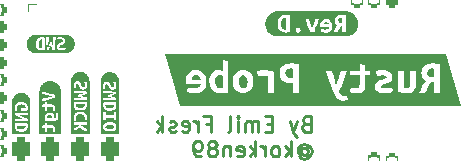
<source format=gbr>
G04 #@! TF.GenerationSoftware,KiCad,Pcbnew,(6.0.2)*
G04 #@! TF.CreationDate,2022-03-09T14:23:31+01:00*
G04 #@! TF.ProjectId,rs-probe,72732d70-726f-4626-952e-6b696361645f,rev?*
G04 #@! TF.SameCoordinates,Original*
G04 #@! TF.FileFunction,Legend,Bot*
G04 #@! TF.FilePolarity,Positive*
%FSLAX46Y46*%
G04 Gerber Fmt 4.6, Leading zero omitted, Abs format (unit mm)*
G04 Created by KiCad (PCBNEW (6.0.2)) date 2022-03-09 14:23:31*
%MOMM*%
%LPD*%
G01*
G04 APERTURE LIST*
G04 Aperture macros list*
%AMRoundRect*
0 Rectangle with rounded corners*
0 $1 Rounding radius*
0 $2 $3 $4 $5 $6 $7 $8 $9 X,Y pos of 4 corners*
0 Add a 4 corners polygon primitive as box body*
4,1,4,$2,$3,$4,$5,$6,$7,$8,$9,$2,$3,0*
0 Add four circle primitives for the rounded corners*
1,1,$1+$1,$2,$3*
1,1,$1+$1,$4,$5*
1,1,$1+$1,$6,$7*
1,1,$1+$1,$8,$9*
0 Add four rect primitives between the rounded corners*
20,1,$1+$1,$2,$3,$4,$5,0*
20,1,$1+$1,$4,$5,$6,$7,0*
20,1,$1+$1,$6,$7,$8,$9,0*
20,1,$1+$1,$8,$9,$2,$3,0*%
G04 Aperture macros list end*
%ADD10C,0.250000*%
%ADD11C,0.120000*%
%ADD12C,0.650000*%
%ADD13O,2.100000X1.000000*%
%ADD14O,1.600000X1.000000*%
%ADD15RoundRect,0.275000X0.325000X0.275000X-0.325000X0.275000X-0.325000X-0.275000X0.325000X-0.275000X0*%
%ADD16C,1.100000*%
%ADD17RoundRect,0.275000X0.275000X-0.325000X0.275000X0.325000X-0.275000X0.325000X-0.275000X-0.325000X0*%
%ADD18RoundRect,0.275000X-0.275000X0.325000X-0.275000X-0.325000X0.275000X-0.325000X0.275000X0.325000X0*%
%ADD19C,0.990600*%
%ADD20C,0.787400*%
%ADD21RoundRect,0.375000X0.375000X0.625000X-0.375000X0.625000X-0.375000X-0.625000X0.375000X-0.625000X0*%
G04 APERTURE END LIST*
D10*
X174694642Y-89660642D02*
X174508928Y-89722547D01*
X174447023Y-89784452D01*
X174385119Y-89908261D01*
X174385119Y-90093976D01*
X174447023Y-90217785D01*
X174508928Y-90279690D01*
X174632738Y-90341595D01*
X175127976Y-90341595D01*
X175127976Y-89041595D01*
X174694642Y-89041595D01*
X174570833Y-89103500D01*
X174508928Y-89165404D01*
X174447023Y-89289214D01*
X174447023Y-89413023D01*
X174508928Y-89536833D01*
X174570833Y-89598738D01*
X174694642Y-89660642D01*
X175127976Y-89660642D01*
X173951785Y-89474928D02*
X173642261Y-90341595D01*
X173332738Y-89474928D02*
X173642261Y-90341595D01*
X173766071Y-90651119D01*
X173827976Y-90713023D01*
X173951785Y-90774928D01*
X171847023Y-89660642D02*
X171413690Y-89660642D01*
X171227976Y-90341595D02*
X171847023Y-90341595D01*
X171847023Y-89041595D01*
X171227976Y-89041595D01*
X170670833Y-90341595D02*
X170670833Y-89474928D01*
X170670833Y-89598738D02*
X170608928Y-89536833D01*
X170485119Y-89474928D01*
X170299404Y-89474928D01*
X170175595Y-89536833D01*
X170113690Y-89660642D01*
X170113690Y-90341595D01*
X170113690Y-89660642D02*
X170051785Y-89536833D01*
X169927976Y-89474928D01*
X169742261Y-89474928D01*
X169618452Y-89536833D01*
X169556547Y-89660642D01*
X169556547Y-90341595D01*
X168937500Y-90341595D02*
X168937500Y-89474928D01*
X168937500Y-89041595D02*
X168999404Y-89103500D01*
X168937500Y-89165404D01*
X168875595Y-89103500D01*
X168937500Y-89041595D01*
X168937500Y-89165404D01*
X168132738Y-90341595D02*
X168256547Y-90279690D01*
X168318452Y-90155880D01*
X168318452Y-89041595D01*
X166213690Y-89660642D02*
X166647023Y-89660642D01*
X166647023Y-90341595D02*
X166647023Y-89041595D01*
X166027976Y-89041595D01*
X165532738Y-90341595D02*
X165532738Y-89474928D01*
X165532738Y-89722547D02*
X165470833Y-89598738D01*
X165408928Y-89536833D01*
X165285119Y-89474928D01*
X165161309Y-89474928D01*
X164232738Y-90279690D02*
X164356547Y-90341595D01*
X164604166Y-90341595D01*
X164727976Y-90279690D01*
X164789880Y-90155880D01*
X164789880Y-89660642D01*
X164727976Y-89536833D01*
X164604166Y-89474928D01*
X164356547Y-89474928D01*
X164232738Y-89536833D01*
X164170833Y-89660642D01*
X164170833Y-89784452D01*
X164789880Y-89908261D01*
X163675595Y-90279690D02*
X163551785Y-90341595D01*
X163304166Y-90341595D01*
X163180357Y-90279690D01*
X163118452Y-90155880D01*
X163118452Y-90093976D01*
X163180357Y-89970166D01*
X163304166Y-89908261D01*
X163489880Y-89908261D01*
X163613690Y-89846357D01*
X163675595Y-89722547D01*
X163675595Y-89660642D01*
X163613690Y-89536833D01*
X163489880Y-89474928D01*
X163304166Y-89474928D01*
X163180357Y-89536833D01*
X162561309Y-90341595D02*
X162561309Y-89041595D01*
X162437500Y-89846357D02*
X162066071Y-90341595D01*
X162066071Y-89474928D02*
X162561309Y-89970166D01*
X174323214Y-91815547D02*
X174385119Y-91753642D01*
X174508928Y-91691738D01*
X174632738Y-91691738D01*
X174756547Y-91753642D01*
X174818452Y-91815547D01*
X174880357Y-91939357D01*
X174880357Y-92063166D01*
X174818452Y-92186976D01*
X174756547Y-92248880D01*
X174632738Y-92310785D01*
X174508928Y-92310785D01*
X174385119Y-92248880D01*
X174323214Y-92186976D01*
X174323214Y-91691738D02*
X174323214Y-92186976D01*
X174261309Y-92248880D01*
X174199404Y-92248880D01*
X174075595Y-92186976D01*
X174013690Y-92063166D01*
X174013690Y-91753642D01*
X174137500Y-91567928D01*
X174323214Y-91444119D01*
X174570833Y-91382214D01*
X174818452Y-91444119D01*
X175004166Y-91567928D01*
X175127976Y-91753642D01*
X175189880Y-92001261D01*
X175127976Y-92248880D01*
X175004166Y-92434595D01*
X174818452Y-92558404D01*
X174570833Y-92620309D01*
X174323214Y-92558404D01*
X174137500Y-92434595D01*
X173456547Y-92434595D02*
X173456547Y-91134595D01*
X173332738Y-91939357D02*
X172961309Y-92434595D01*
X172961309Y-91567928D02*
X173456547Y-92063166D01*
X172218452Y-92434595D02*
X172342261Y-92372690D01*
X172404166Y-92310785D01*
X172466071Y-92186976D01*
X172466071Y-91815547D01*
X172404166Y-91691738D01*
X172342261Y-91629833D01*
X172218452Y-91567928D01*
X172032738Y-91567928D01*
X171908928Y-91629833D01*
X171847023Y-91691738D01*
X171785119Y-91815547D01*
X171785119Y-92186976D01*
X171847023Y-92310785D01*
X171908928Y-92372690D01*
X172032738Y-92434595D01*
X172218452Y-92434595D01*
X171227976Y-92434595D02*
X171227976Y-91567928D01*
X171227976Y-91815547D02*
X171166071Y-91691738D01*
X171104166Y-91629833D01*
X170980357Y-91567928D01*
X170856547Y-91567928D01*
X170423214Y-92434595D02*
X170423214Y-91134595D01*
X170299404Y-91939357D02*
X169927976Y-92434595D01*
X169927976Y-91567928D02*
X170423214Y-92063166D01*
X168875595Y-92372690D02*
X168999404Y-92434595D01*
X169247023Y-92434595D01*
X169370833Y-92372690D01*
X169432738Y-92248880D01*
X169432738Y-91753642D01*
X169370833Y-91629833D01*
X169247023Y-91567928D01*
X168999404Y-91567928D01*
X168875595Y-91629833D01*
X168813690Y-91753642D01*
X168813690Y-91877452D01*
X169432738Y-92001261D01*
X168256547Y-91567928D02*
X168256547Y-92434595D01*
X168256547Y-91691738D02*
X168194642Y-91629833D01*
X168070833Y-91567928D01*
X167885119Y-91567928D01*
X167761309Y-91629833D01*
X167699404Y-91753642D01*
X167699404Y-92434595D01*
X166894642Y-91691738D02*
X167018452Y-91629833D01*
X167080357Y-91567928D01*
X167142261Y-91444119D01*
X167142261Y-91382214D01*
X167080357Y-91258404D01*
X167018452Y-91196500D01*
X166894642Y-91134595D01*
X166647023Y-91134595D01*
X166523214Y-91196500D01*
X166461309Y-91258404D01*
X166399404Y-91382214D01*
X166399404Y-91444119D01*
X166461309Y-91567928D01*
X166523214Y-91629833D01*
X166647023Y-91691738D01*
X166894642Y-91691738D01*
X167018452Y-91753642D01*
X167080357Y-91815547D01*
X167142261Y-91939357D01*
X167142261Y-92186976D01*
X167080357Y-92310785D01*
X167018452Y-92372690D01*
X166894642Y-92434595D01*
X166647023Y-92434595D01*
X166523214Y-92372690D01*
X166461309Y-92310785D01*
X166399404Y-92186976D01*
X166399404Y-91939357D01*
X166461309Y-91815547D01*
X166523214Y-91753642D01*
X166647023Y-91691738D01*
X165780357Y-92434595D02*
X165532738Y-92434595D01*
X165408928Y-92372690D01*
X165347023Y-92310785D01*
X165223214Y-92125071D01*
X165161309Y-91877452D01*
X165161309Y-91382214D01*
X165223214Y-91258404D01*
X165285119Y-91196500D01*
X165408928Y-91134595D01*
X165656547Y-91134595D01*
X165780357Y-91196500D01*
X165842261Y-91258404D01*
X165904166Y-91382214D01*
X165904166Y-91691738D01*
X165842261Y-91815547D01*
X165780357Y-91877452D01*
X165656547Y-91939357D01*
X165408928Y-91939357D01*
X165285119Y-91877452D01*
X165223214Y-91815547D01*
X165161309Y-91691738D01*
G36*
X178183835Y-80149001D02*
G01*
X178286352Y-80164208D01*
X178386885Y-80189390D01*
X178484466Y-80224305D01*
X178578155Y-80268617D01*
X178667049Y-80321898D01*
X178750293Y-80383636D01*
X178827085Y-80453236D01*
X178896685Y-80530027D01*
X178958422Y-80613271D01*
X179011704Y-80702165D01*
X179056015Y-80795854D01*
X179090930Y-80893435D01*
X179116112Y-80993968D01*
X179131319Y-81096486D01*
X179136405Y-81200000D01*
X179131319Y-81303514D01*
X179116112Y-81406032D01*
X179090930Y-81506565D01*
X179056015Y-81604146D01*
X179011704Y-81697835D01*
X178958422Y-81786729D01*
X178896685Y-81869973D01*
X178827085Y-81946764D01*
X178750293Y-82016364D01*
X178667049Y-82078102D01*
X178578155Y-82131383D01*
X178484466Y-82175695D01*
X178386885Y-82210610D01*
X178286352Y-82235792D01*
X178183835Y-82250999D01*
X178080320Y-82256084D01*
X172319680Y-82256084D01*
X172216165Y-82250999D01*
X172113648Y-82235792D01*
X172013115Y-82210610D01*
X171915534Y-82175695D01*
X171821845Y-82131383D01*
X171732951Y-82078102D01*
X171649707Y-82016364D01*
X171572915Y-81946764D01*
X171503315Y-81869973D01*
X171441578Y-81786729D01*
X171388296Y-81697835D01*
X171343985Y-81604146D01*
X171309070Y-81506565D01*
X171283888Y-81406032D01*
X171268681Y-81303514D01*
X171263595Y-81200000D01*
X171263887Y-81194047D01*
X172319878Y-81194047D01*
X172332677Y-81383654D01*
X172371075Y-81542900D01*
X172432095Y-81673571D01*
X172512759Y-81777453D01*
X172611879Y-81855737D01*
X172728263Y-81909613D01*
X172859529Y-81940866D01*
X173003297Y-81951284D01*
X173156888Y-81942950D01*
X173317622Y-81915566D01*
X173317622Y-81744116D01*
X173827209Y-81744116D01*
X173891503Y-81903659D01*
X174039141Y-81958428D01*
X174120103Y-81944141D01*
X174187969Y-81902469D01*
X174235594Y-81835794D01*
X174253453Y-81744116D01*
X174235594Y-81654819D01*
X174187969Y-81589334D01*
X174120103Y-81548853D01*
X174039141Y-81534566D01*
X173891503Y-81589334D01*
X173827209Y-81744116D01*
X173317622Y-81744116D01*
X173317622Y-80813047D01*
X174670172Y-80813047D01*
X174721518Y-80978767D01*
X174775542Y-81137790D01*
X174832246Y-81290115D01*
X174891628Y-81435744D01*
X174971003Y-81617380D01*
X175047203Y-81782877D01*
X175120228Y-81932234D01*
X175365497Y-81932234D01*
X175437331Y-81782877D01*
X175509959Y-81617380D01*
X175583381Y-81435744D01*
X175612447Y-81358353D01*
X175910803Y-81358353D01*
X175911994Y-81417884D01*
X175915566Y-81467891D01*
X176641847Y-81467891D01*
X176619225Y-81565820D01*
X176551359Y-81640531D01*
X176447775Y-81687859D01*
X176317997Y-81703634D01*
X176150119Y-81684584D01*
X176015578Y-81646484D01*
X175975097Y-81896516D01*
X176137022Y-81940569D01*
X176329903Y-81958428D01*
X176465337Y-81949201D01*
X176539226Y-81932234D01*
X177044278Y-81932234D01*
X177351459Y-81932234D01*
X177410693Y-81792038D01*
X177478856Y-81657200D01*
X177554163Y-81524148D01*
X177634828Y-81389309D01*
X177787228Y-81389309D01*
X177787228Y-81932234D01*
X178080122Y-81932234D01*
X178080122Y-80479672D01*
X177986063Y-80461812D01*
X177882478Y-80449906D01*
X177782466Y-80443953D01*
X177699122Y-80441572D01*
X177578869Y-80448716D01*
X177470522Y-80470147D01*
X177375272Y-80506461D01*
X177294309Y-80558253D01*
X177181200Y-80709462D01*
X177151732Y-80809177D01*
X177141909Y-80924966D01*
X177155006Y-81047600D01*
X177194297Y-81158328D01*
X177263948Y-81250602D01*
X177368128Y-81317872D01*
X177282403Y-81454794D01*
X177194297Y-81611956D01*
X177112144Y-81776263D01*
X177044278Y-81932234D01*
X176539226Y-81932234D01*
X176585888Y-81921519D01*
X176690663Y-81875680D01*
X176778769Y-81811981D01*
X176849313Y-81730721D01*
X176901403Y-81632197D01*
X176933550Y-81516111D01*
X176944266Y-81382166D01*
X176932955Y-81243458D01*
X176899022Y-81122609D01*
X176846634Y-81019918D01*
X176779959Y-80935681D01*
X176700783Y-80869899D01*
X176610891Y-80822572D01*
X176514450Y-80793997D01*
X176415628Y-80784472D01*
X176263757Y-80800744D01*
X176138345Y-80849559D01*
X176039391Y-80930919D01*
X175967953Y-81043499D01*
X175925091Y-81185977D01*
X175910803Y-81358353D01*
X175612447Y-81358353D01*
X175638076Y-81290115D01*
X175691430Y-81137790D01*
X175743446Y-80978767D01*
X175794122Y-80813047D01*
X175486941Y-80813047D01*
X175463426Y-80906511D01*
X175435744Y-81005928D01*
X175405085Y-81108620D01*
X175372641Y-81211906D01*
X175339005Y-81314002D01*
X175304775Y-81413122D01*
X175239291Y-81591716D01*
X175170234Y-81413122D01*
X175132432Y-81314002D01*
X175095225Y-81211906D01*
X175058911Y-81108620D01*
X175023788Y-81005928D01*
X174992534Y-80906511D01*
X174967828Y-80813047D01*
X174670172Y-80813047D01*
X173317622Y-80813047D01*
X173317622Y-80477291D01*
X173129503Y-80448716D01*
X172965197Y-80441572D01*
X172826191Y-80452287D01*
X172699688Y-80484434D01*
X172588662Y-80539501D01*
X172496091Y-80618975D01*
X172421974Y-80723155D01*
X172366313Y-80852337D01*
X172331487Y-81008607D01*
X172319878Y-81194047D01*
X171263887Y-81194047D01*
X171268681Y-81096486D01*
X171283888Y-80993968D01*
X171309070Y-80893435D01*
X171343985Y-80795854D01*
X171388296Y-80702165D01*
X171441578Y-80613271D01*
X171503315Y-80530027D01*
X171572915Y-80453236D01*
X171649707Y-80383636D01*
X171732951Y-80321898D01*
X171821845Y-80268617D01*
X171915534Y-80224305D01*
X172013115Y-80189390D01*
X172113648Y-80164208D01*
X172216165Y-80149001D01*
X172319680Y-80143916D01*
X178080320Y-80143916D01*
X178183835Y-80149001D01*
G37*
G36*
X172981866Y-80697556D02*
G01*
X173024728Y-80703509D01*
X173024728Y-81694109D01*
X172998534Y-81696491D01*
X172972341Y-81696491D01*
X172804463Y-81658391D01*
X172694925Y-81553616D01*
X172635394Y-81395263D01*
X172621999Y-81299120D01*
X172617534Y-81194047D01*
X172631822Y-81008309D01*
X172681828Y-80848766D01*
X172779459Y-80738037D01*
X172939003Y-80696366D01*
X172981866Y-80697556D01*
G37*
G36*
X177739603Y-80697556D02*
G01*
X177787228Y-80703509D01*
X177787228Y-81146422D01*
X177722934Y-81146422D01*
X177593752Y-81131837D01*
X177506241Y-81088081D01*
X177439566Y-80922584D01*
X177457425Y-80821381D01*
X177511003Y-80751134D01*
X177593752Y-80710058D01*
X177699122Y-80696366D01*
X177739603Y-80697556D01*
G37*
G36*
X176509688Y-81048791D02*
G01*
X176578744Y-81101178D01*
X176621606Y-81177378D01*
X176641847Y-81265484D01*
X176194172Y-81265484D01*
X176206078Y-81178569D01*
X176244178Y-81103559D01*
X176310853Y-81049981D01*
X176410866Y-81029741D01*
X176509688Y-81048791D01*
G37*
D11*
X151830000Y-79530000D02*
X151195000Y-79530000D01*
X151195000Y-79530000D02*
X151195000Y-80165000D01*
G36*
X152334269Y-82535907D02*
G01*
X152365702Y-82540272D01*
X152365702Y-83266713D01*
X152346493Y-83268459D01*
X152327284Y-83268459D01*
X152204174Y-83240519D01*
X152123846Y-83163684D01*
X152080190Y-83047558D01*
X152070367Y-82977053D01*
X152067093Y-82900000D01*
X152077571Y-82763792D01*
X152114242Y-82646794D01*
X152185838Y-82565593D01*
X152302837Y-82535034D01*
X152334269Y-82535907D01*
G37*
G36*
X154428014Y-82121447D02*
G01*
X154503957Y-82132712D01*
X154578429Y-82151366D01*
X154650715Y-82177231D01*
X154720117Y-82210055D01*
X154785967Y-82249525D01*
X154847632Y-82295258D01*
X154904517Y-82346816D01*
X154956075Y-82403701D01*
X155001809Y-82465366D01*
X155041278Y-82531217D01*
X155074103Y-82600619D01*
X155099967Y-82672904D01*
X155118622Y-82747377D01*
X155129887Y-82823319D01*
X155133654Y-82900000D01*
X155129887Y-82976681D01*
X155118622Y-83052623D01*
X155099967Y-83127096D01*
X155074103Y-83199381D01*
X155041278Y-83268783D01*
X155001809Y-83334634D01*
X154956075Y-83396299D01*
X154904517Y-83453184D01*
X154847632Y-83504742D01*
X154785967Y-83550475D01*
X154720117Y-83589945D01*
X154650715Y-83622769D01*
X154578429Y-83648634D01*
X154503957Y-83667288D01*
X154428014Y-83678553D01*
X154351334Y-83682320D01*
X151848666Y-83682320D01*
X151771986Y-83678553D01*
X151696043Y-83667288D01*
X151621571Y-83648634D01*
X151549285Y-83622769D01*
X151479883Y-83589945D01*
X151414033Y-83550475D01*
X151352368Y-83504742D01*
X151295483Y-83453184D01*
X151243925Y-83396299D01*
X151198191Y-83334634D01*
X151158722Y-83268783D01*
X151125897Y-83199381D01*
X151100033Y-83127096D01*
X151081378Y-83052623D01*
X151070113Y-82976681D01*
X151066346Y-82900000D01*
X151848812Y-82900000D01*
X151858198Y-83039045D01*
X151886356Y-83155826D01*
X151931104Y-83251651D01*
X151990258Y-83327831D01*
X152062946Y-83385239D01*
X152148294Y-83424748D01*
X152244556Y-83447668D01*
X152349986Y-83455308D01*
X152462619Y-83449196D01*
X152580491Y-83429114D01*
X152580491Y-82374379D01*
X152488522Y-82360409D01*
X152714952Y-82360409D01*
X152720191Y-82495088D01*
X152725429Y-82633697D01*
X152731105Y-82773833D01*
X152737653Y-82913097D01*
X152745293Y-83050832D01*
X152754242Y-83186385D01*
X152764502Y-83317354D01*
X152776071Y-83441338D01*
X152954188Y-83441338D01*
X152992606Y-83327176D01*
X153031023Y-83204721D01*
X153069441Y-83080955D01*
X153107858Y-82962865D01*
X153147149Y-83077681D01*
X153188186Y-83202101D01*
X153228349Y-83326522D01*
X153265021Y-83441338D01*
X153443138Y-83441338D01*
X153456235Y-83317135D01*
X153467586Y-83185512D01*
X153470419Y-83146221D01*
X153617763Y-83146221D01*
X153642429Y-83280901D01*
X153716426Y-83381092D01*
X153793552Y-83427173D01*
X153893380Y-83454822D01*
X154015908Y-83464039D01*
X154136836Y-83456835D01*
X154230697Y-83435226D01*
X154351188Y-83381965D01*
X154288323Y-83207340D01*
X154175690Y-83259728D01*
X154103002Y-83278063D01*
X154015908Y-83284175D01*
X153925976Y-83272824D01*
X153869223Y-83241392D01*
X153840410Y-83195989D01*
X153832552Y-83144475D01*
X153851761Y-83085103D01*
X153900656Y-83038827D01*
X153967013Y-83002156D01*
X154040356Y-82971596D01*
X154141638Y-82931433D01*
X154236809Y-82873806D01*
X154307532Y-82787367D01*
X154335472Y-82659017D01*
X154310806Y-82523683D01*
X154236809Y-82421527D01*
X154162787Y-82373991D01*
X154072273Y-82345469D01*
X153965267Y-82335961D01*
X153872061Y-82341637D01*
X153791515Y-82358662D01*
X153666658Y-82409304D01*
X153729523Y-82575197D01*
X153826440Y-82533287D01*
X153949551Y-82515825D01*
X154044624Y-82529601D01*
X154101668Y-82570929D01*
X154120683Y-82639809D01*
X154103221Y-82694816D01*
X154058691Y-82736726D01*
X153997572Y-82769031D01*
X153930342Y-82795225D01*
X153824694Y-82838008D01*
X153723411Y-82900873D01*
X153647449Y-82998663D01*
X153625185Y-83064802D01*
X153617763Y-83146221D01*
X153470419Y-83146221D01*
X153477408Y-83049304D01*
X153485921Y-82911351D01*
X153493125Y-82772087D01*
X153499018Y-82631951D01*
X153503820Y-82493779D01*
X153507749Y-82360409D01*
X153308677Y-82360409D01*
X153310423Y-82465184D01*
X153312169Y-82573451D01*
X153313916Y-82683247D01*
X153315662Y-82792606D01*
X153317408Y-82900437D01*
X153319154Y-83005648D01*
X153320464Y-83106276D01*
X153320901Y-83200355D01*
X153285102Y-83078118D01*
X153246685Y-82947149D01*
X153212633Y-82828404D01*
X153188186Y-82742837D01*
X153031023Y-82742837D01*
X153010068Y-82824911D01*
X152979509Y-82933179D01*
X152942837Y-83060655D01*
X152903547Y-83200355D01*
X152903983Y-83106276D01*
X152905293Y-83005648D01*
X152907039Y-82900655D01*
X152908786Y-82793479D01*
X152910532Y-82684556D01*
X152912278Y-82574324D01*
X152913588Y-82465402D01*
X152914024Y-82360409D01*
X152714952Y-82360409D01*
X152488522Y-82360409D01*
X152442537Y-82353424D01*
X152322046Y-82348185D01*
X152220108Y-82356043D01*
X152127339Y-82379618D01*
X152045920Y-82420000D01*
X151978034Y-82478281D01*
X151923682Y-82554679D01*
X151882864Y-82649413D01*
X151857325Y-82764011D01*
X151848812Y-82900000D01*
X151066346Y-82900000D01*
X151070113Y-82823319D01*
X151081378Y-82747377D01*
X151100033Y-82672904D01*
X151125897Y-82600619D01*
X151158722Y-82531217D01*
X151198191Y-82465366D01*
X151243925Y-82403701D01*
X151295483Y-82346816D01*
X151352368Y-82295258D01*
X151414033Y-82249525D01*
X151479883Y-82210055D01*
X151549285Y-82177231D01*
X151621571Y-82151366D01*
X151696043Y-82132712D01*
X151771986Y-82121447D01*
X151848666Y-82117680D01*
X154351334Y-82117680D01*
X154428014Y-82121447D01*
G37*
G36*
X153096494Y-88941820D02*
G01*
X153161760Y-88969323D01*
X153215021Y-89084576D01*
X153206289Y-89150060D01*
X153183588Y-89205067D01*
X152788936Y-89205067D01*
X152781951Y-89161411D01*
X152780204Y-89121247D01*
X152805428Y-89016472D01*
X152881099Y-88953607D01*
X153007217Y-88932652D01*
X153096494Y-88941820D01*
G37*
G36*
X152148929Y-86844302D02*
G01*
X152161967Y-86756409D01*
X152183557Y-86670217D01*
X152213491Y-86586557D01*
X152251481Y-86506233D01*
X152297162Y-86430020D01*
X152350093Y-86358651D01*
X152409764Y-86292814D01*
X152475601Y-86233143D01*
X152546970Y-86180212D01*
X152623183Y-86134532D01*
X152703507Y-86096541D01*
X152787167Y-86066607D01*
X152873359Y-86045017D01*
X152961252Y-86031979D01*
X153050000Y-86027619D01*
X153138748Y-86031979D01*
X153226641Y-86045017D01*
X153312833Y-86066607D01*
X153396493Y-86096541D01*
X153476817Y-86134532D01*
X153553030Y-86180212D01*
X153624399Y-86233143D01*
X153690236Y-86292814D01*
X153749907Y-86358651D01*
X153802838Y-86430020D01*
X153848519Y-86506233D01*
X153886509Y-86586557D01*
X153916443Y-86670217D01*
X153938033Y-86756409D01*
X153951071Y-86844302D01*
X153955431Y-86933050D01*
X153955431Y-90572381D01*
X152144569Y-90572381D01*
X152144569Y-89994372D01*
X152382059Y-89994372D01*
X152623042Y-89994372D01*
X152623042Y-90338383D01*
X152801159Y-90338383D01*
X152801159Y-89994372D01*
X153132947Y-89994372D01*
X153206289Y-90003103D01*
X153249946Y-90027551D01*
X153270901Y-90065968D01*
X153276139Y-90116609D01*
X153274393Y-90171616D01*
X153268281Y-90220511D01*
X153255184Y-90269406D01*
X153232483Y-90324413D01*
X153417586Y-90354099D01*
X153452511Y-90225750D01*
X153462988Y-90092162D01*
X153450764Y-89959447D01*
X153403616Y-89861657D01*
X153304953Y-89800538D01*
X153231392Y-89784822D01*
X153138186Y-89779583D01*
X152801159Y-89779583D01*
X152801159Y-89592734D01*
X152623042Y-89592734D01*
X152623042Y-89779583D01*
X152416984Y-89779583D01*
X152382059Y-89994372D01*
X152144569Y-89994372D01*
X152144569Y-89129978D01*
X152605579Y-89129978D01*
X152610430Y-89222141D01*
X152624982Y-89319349D01*
X152649236Y-89421602D01*
X153344243Y-89421602D01*
X153466481Y-89410833D01*
X153565435Y-89378528D01*
X153641106Y-89324685D01*
X153694463Y-89246977D01*
X153726478Y-89143075D01*
X153737149Y-89012979D01*
X153733220Y-88937672D01*
X153721433Y-88865421D01*
X153684762Y-88730087D01*
X153503152Y-88770251D01*
X153538950Y-88876772D01*
X153555539Y-89016472D01*
X153542443Y-89109023D01*
X153506644Y-89166649D01*
X153453384Y-89196336D01*
X153387899Y-89205067D01*
X153354721Y-89205067D01*
X153380914Y-89122120D01*
X153389646Y-89040919D01*
X153378392Y-88942450D01*
X153344631Y-88861250D01*
X153288363Y-88797317D01*
X153212110Y-88751236D01*
X153118395Y-88723587D01*
X153007217Y-88714371D01*
X152883621Y-88726788D01*
X152782921Y-88764042D01*
X152705116Y-88826131D01*
X152649818Y-88909562D01*
X152616639Y-89010845D01*
X152605579Y-89129978D01*
X152144569Y-89129978D01*
X152144569Y-88248122D01*
X152382059Y-88248122D01*
X152623042Y-88248122D01*
X152623042Y-88592133D01*
X152801159Y-88592133D01*
X152801159Y-88248122D01*
X153132947Y-88248122D01*
X153206289Y-88256853D01*
X153249946Y-88281301D01*
X153270901Y-88319718D01*
X153276139Y-88370359D01*
X153274393Y-88425366D01*
X153268281Y-88474261D01*
X153255184Y-88523156D01*
X153232483Y-88578163D01*
X153417586Y-88607849D01*
X153452511Y-88479500D01*
X153462988Y-88345912D01*
X153450764Y-88213197D01*
X153403616Y-88115407D01*
X153304953Y-88054288D01*
X153231392Y-88038572D01*
X153138186Y-88033333D01*
X152801159Y-88033333D01*
X152801159Y-87846484D01*
X152623042Y-87846484D01*
X152623042Y-88033333D01*
X152416984Y-88033333D01*
X152382059Y-88248122D01*
X152144569Y-88248122D01*
X152144569Y-87160208D01*
X152362851Y-87160208D01*
X152453437Y-87173305D01*
X152557557Y-87191641D01*
X152670191Y-87213687D01*
X152786316Y-87237916D01*
X152903315Y-87264110D01*
X153018567Y-87292050D01*
X153127053Y-87320645D01*
X153223752Y-87348803D01*
X153128363Y-87376743D01*
X153020314Y-87404683D01*
X152905061Y-87431750D01*
X152788062Y-87457071D01*
X152671719Y-87480645D01*
X152558431Y-87502473D01*
X152453656Y-87521682D01*
X152362851Y-87537398D01*
X152362851Y-87762664D01*
X152473737Y-87739308D01*
X152596848Y-87711150D01*
X152729345Y-87678408D01*
X152868390Y-87641300D01*
X152963852Y-87614233D01*
X153060478Y-87585420D01*
X153158268Y-87554861D01*
X153255572Y-87523040D01*
X153350743Y-87490443D01*
X153443779Y-87457071D01*
X153443779Y-87235297D01*
X153315430Y-87192077D01*
X153171364Y-87146238D01*
X153070179Y-87115388D01*
X152969187Y-87085701D01*
X152868390Y-87057179D01*
X152769533Y-87030209D01*
X152674362Y-87005180D01*
X152582878Y-86982091D01*
X152460641Y-86953277D01*
X152362851Y-86933196D01*
X152362851Y-87160208D01*
X152144569Y-87160208D01*
X152144569Y-86933050D01*
X152148929Y-86844302D01*
G37*
G36*
X150968459Y-89846950D02*
G01*
X150968459Y-89866158D01*
X150940519Y-89989269D01*
X150863684Y-90069597D01*
X150747558Y-90113253D01*
X150677053Y-90123075D01*
X150600000Y-90126350D01*
X150463792Y-90115872D01*
X150346794Y-90079201D01*
X150265593Y-90007605D01*
X150235034Y-89890606D01*
X150235907Y-89859173D01*
X150240272Y-89827741D01*
X150966713Y-89827741D01*
X150968459Y-89846950D01*
G37*
G36*
X149821447Y-87742727D02*
G01*
X149832712Y-87666785D01*
X149851366Y-87592312D01*
X149877231Y-87520027D01*
X149910055Y-87450625D01*
X149949525Y-87384774D01*
X149995258Y-87323109D01*
X150046816Y-87266224D01*
X150103701Y-87214666D01*
X150165366Y-87168933D01*
X150231217Y-87129463D01*
X150300619Y-87096638D01*
X150372904Y-87070774D01*
X150447377Y-87052120D01*
X150523319Y-87040855D01*
X150600000Y-87037088D01*
X150676681Y-87040855D01*
X150752623Y-87052120D01*
X150827096Y-87070774D01*
X150899381Y-87096638D01*
X150968783Y-87129463D01*
X151034634Y-87168933D01*
X151096299Y-87214666D01*
X151153184Y-87266224D01*
X151204742Y-87323109D01*
X151250475Y-87384774D01*
X151289945Y-87450625D01*
X151322769Y-87520027D01*
X151348634Y-87592312D01*
X151367288Y-87666785D01*
X151378553Y-87742727D01*
X151382320Y-87819408D01*
X151382320Y-90562912D01*
X149817680Y-90562912D01*
X149817680Y-89871397D01*
X150048185Y-89871397D01*
X150056043Y-89973334D01*
X150079618Y-90066104D01*
X150120000Y-90147523D01*
X150178281Y-90215408D01*
X150254679Y-90269760D01*
X150349413Y-90310579D01*
X150464011Y-90336118D01*
X150600000Y-90344631D01*
X150739045Y-90335245D01*
X150855826Y-90307087D01*
X150951651Y-90262339D01*
X151027831Y-90203185D01*
X151085239Y-90130497D01*
X151124748Y-90045149D01*
X151147668Y-89948887D01*
X151155308Y-89843457D01*
X151149196Y-89730824D01*
X151129114Y-89612952D01*
X150074379Y-89612952D01*
X150053424Y-89750906D01*
X150048185Y-89871397D01*
X149817680Y-89871397D01*
X149817680Y-89438327D01*
X150060409Y-89438327D01*
X151141338Y-89438327D01*
X151141338Y-89265448D01*
X151021525Y-89215098D01*
X150901907Y-89161838D01*
X150782483Y-89105667D01*
X150663059Y-89046585D01*
X150543441Y-88984593D01*
X150423629Y-88919691D01*
X151141338Y-88919691D01*
X151141338Y-88725857D01*
X150060409Y-88725857D01*
X150060409Y-88898736D01*
X150140518Y-88947631D01*
X150227176Y-88996526D01*
X150316889Y-89044766D01*
X150406166Y-89091697D01*
X150493915Y-89136226D01*
X150579045Y-89177263D01*
X150657626Y-89213716D01*
X150725730Y-89244493D01*
X150060409Y-89244493D01*
X150060409Y-89438327D01*
X149817680Y-89438327D01*
X149817680Y-88287548D01*
X150035961Y-88287548D01*
X150045566Y-88400182D01*
X150067394Y-88486621D01*
X150093587Y-88546867D01*
X150114542Y-88582665D01*
X150285675Y-88526785D01*
X150242019Y-88432487D01*
X150222810Y-88317235D01*
X150250750Y-88188012D01*
X150328458Y-88101573D01*
X150447203Y-88052678D01*
X150519891Y-88041545D01*
X150600000Y-88037835D01*
X150717872Y-88044626D01*
X150813043Y-88064999D01*
X150885512Y-88098953D01*
X150954270Y-88174479D01*
X150977190Y-88278817D01*
X150975444Y-88320727D01*
X150970205Y-88362637D01*
X150575552Y-88362637D01*
X150575552Y-88577426D01*
X151115144Y-88577426D01*
X151146576Y-88457808D01*
X151159673Y-88368094D01*
X151164039Y-88261355D01*
X151155089Y-88165093D01*
X151128241Y-88078872D01*
X151083711Y-88003564D01*
X151021719Y-87940045D01*
X150942265Y-87888967D01*
X150845348Y-87850986D01*
X150731187Y-87827412D01*
X150600000Y-87819553D01*
X150470123Y-87828721D01*
X150356398Y-87856225D01*
X150259263Y-87899444D01*
X150179154Y-87955761D01*
X150116507Y-88024301D01*
X150071759Y-88104192D01*
X150044911Y-88192814D01*
X150035961Y-88287548D01*
X149817680Y-88287548D01*
X149817680Y-87819408D01*
X149821447Y-87742727D01*
G37*
G36*
X157317680Y-90524687D02*
G01*
X157317680Y-89916992D01*
X157535961Y-89916992D01*
X157551775Y-90033796D01*
X157599214Y-90130422D01*
X157678281Y-90206869D01*
X157758008Y-90250416D01*
X157854870Y-90281521D01*
X157968868Y-90300184D01*
X158100000Y-90306405D01*
X158231132Y-90300075D01*
X158345130Y-90281085D01*
X158441992Y-90249434D01*
X158521719Y-90205123D01*
X158600786Y-90128288D01*
X158648225Y-90032826D01*
X158664039Y-89918738D01*
X158648225Y-89801836D01*
X158600786Y-89704919D01*
X158521719Y-89627987D01*
X158441992Y-89584058D01*
X158345130Y-89552680D01*
X158231132Y-89533853D01*
X158100000Y-89527578D01*
X157968868Y-89534017D01*
X157854870Y-89553335D01*
X157758008Y-89585531D01*
X157678281Y-89630607D01*
X157599214Y-89708218D01*
X157551775Y-89803679D01*
X157535961Y-89916992D01*
X157317680Y-89916992D01*
X157317680Y-89387878D01*
X157560409Y-89387878D01*
X157738526Y-89387878D01*
X157738526Y-89153880D01*
X158463220Y-89153880D01*
X158463220Y-89387878D01*
X158641338Y-89387878D01*
X158641338Y-88701602D01*
X158463220Y-88701602D01*
X158463220Y-88937345D01*
X157738526Y-88937345D01*
X157738526Y-88701602D01*
X157560409Y-88701602D01*
X157560409Y-89387878D01*
X157317680Y-89387878D01*
X157317680Y-88086922D01*
X157548185Y-88086922D01*
X157556043Y-88188859D01*
X157579618Y-88281628D01*
X157620000Y-88363047D01*
X157678281Y-88430933D01*
X157754679Y-88485285D01*
X157849413Y-88526103D01*
X157964011Y-88551642D01*
X158100000Y-88560155D01*
X158239045Y-88550769D01*
X158355826Y-88522611D01*
X158451651Y-88477863D01*
X158527831Y-88418709D01*
X158585239Y-88346021D01*
X158624748Y-88260673D01*
X158647668Y-88164411D01*
X158655308Y-88058982D01*
X158649196Y-87946348D01*
X158629114Y-87828477D01*
X157574379Y-87828477D01*
X157553424Y-87966430D01*
X157548185Y-88086922D01*
X157317680Y-88086922D01*
X157317680Y-87694015D01*
X157560409Y-87694015D01*
X157695088Y-87688777D01*
X157833697Y-87683538D01*
X157973833Y-87677862D01*
X158113097Y-87671314D01*
X158250832Y-87663674D01*
X158386385Y-87654725D01*
X158517354Y-87644465D01*
X158641338Y-87632897D01*
X158641338Y-87454779D01*
X158527176Y-87416362D01*
X158404721Y-87377944D01*
X158280955Y-87339527D01*
X158162865Y-87301109D01*
X158277681Y-87261818D01*
X158402101Y-87220782D01*
X158526522Y-87180618D01*
X158641338Y-87143947D01*
X158641338Y-86965829D01*
X158517135Y-86952732D01*
X158385512Y-86941382D01*
X158249304Y-86931559D01*
X158111351Y-86923046D01*
X157972087Y-86915843D01*
X157831951Y-86909949D01*
X157693779Y-86905147D01*
X157560409Y-86901218D01*
X157560409Y-87100290D01*
X157665184Y-87098544D01*
X157773451Y-87096798D01*
X157883247Y-87095052D01*
X157992606Y-87093305D01*
X158100437Y-87091559D01*
X158205648Y-87089813D01*
X158306276Y-87088503D01*
X158400355Y-87088067D01*
X158278118Y-87123865D01*
X158147149Y-87162282D01*
X158028404Y-87196334D01*
X157942837Y-87220782D01*
X157942837Y-87377944D01*
X158024911Y-87398899D01*
X158133179Y-87429458D01*
X158260655Y-87466130D01*
X158400355Y-87505420D01*
X158306276Y-87504984D01*
X158205648Y-87503674D01*
X158100655Y-87501928D01*
X157993479Y-87500182D01*
X157884556Y-87498435D01*
X157774324Y-87496689D01*
X157665402Y-87495379D01*
X157560409Y-87494943D01*
X157560409Y-87694015D01*
X157317680Y-87694015D01*
X157317680Y-86443700D01*
X157535961Y-86443700D01*
X157541637Y-86536906D01*
X157558662Y-86617452D01*
X157609304Y-86742309D01*
X157775197Y-86679444D01*
X157733287Y-86582527D01*
X157715825Y-86459417D01*
X157729601Y-86364343D01*
X157770929Y-86307299D01*
X157839809Y-86288284D01*
X157894816Y-86305747D01*
X157936726Y-86350276D01*
X157969031Y-86411395D01*
X157995225Y-86478625D01*
X158038008Y-86584273D01*
X158100873Y-86685556D01*
X158198663Y-86761518D01*
X158264802Y-86783782D01*
X158346221Y-86791204D01*
X158480901Y-86766538D01*
X158581092Y-86692541D01*
X158627173Y-86615415D01*
X158654822Y-86515588D01*
X158664039Y-86393059D01*
X158656835Y-86272131D01*
X158635226Y-86178270D01*
X158581965Y-86057779D01*
X158407340Y-86120644D01*
X158459728Y-86233277D01*
X158478063Y-86305965D01*
X158484175Y-86393059D01*
X158472824Y-86482991D01*
X158441392Y-86539744D01*
X158395989Y-86568557D01*
X158344475Y-86576415D01*
X158285103Y-86557207D01*
X158238827Y-86508312D01*
X158202156Y-86441954D01*
X158171596Y-86368612D01*
X158131433Y-86267329D01*
X158073806Y-86172158D01*
X157987367Y-86101435D01*
X157859017Y-86073495D01*
X157723683Y-86098161D01*
X157621527Y-86172158D01*
X157573991Y-86246180D01*
X157545469Y-86336694D01*
X157535961Y-86443700D01*
X157317680Y-86443700D01*
X157317680Y-86057633D01*
X157321447Y-85980953D01*
X157332712Y-85905010D01*
X157351366Y-85830538D01*
X157377231Y-85758253D01*
X157410055Y-85688850D01*
X157449525Y-85623000D01*
X157495258Y-85561335D01*
X157546816Y-85504450D01*
X157603701Y-85452892D01*
X157665366Y-85407158D01*
X157731217Y-85367689D01*
X157800619Y-85334864D01*
X157872904Y-85309000D01*
X157947377Y-85290346D01*
X158023319Y-85279081D01*
X158100000Y-85275313D01*
X158176681Y-85279081D01*
X158252623Y-85290346D01*
X158327096Y-85309000D01*
X158399381Y-85334864D01*
X158468783Y-85367689D01*
X158534634Y-85407158D01*
X158596299Y-85452892D01*
X158653184Y-85504450D01*
X158704742Y-85561335D01*
X158750475Y-85623000D01*
X158789945Y-85688850D01*
X158822769Y-85758253D01*
X158848634Y-85830538D01*
X158867288Y-85905010D01*
X158878553Y-85980953D01*
X158882320Y-86057633D01*
X158882320Y-90524687D01*
X157317680Y-90524687D01*
G37*
G36*
X158468459Y-88062474D02*
G01*
X158468459Y-88081683D01*
X158440519Y-88204793D01*
X158363684Y-88285121D01*
X158247558Y-88328777D01*
X158177053Y-88338600D01*
X158100000Y-88341874D01*
X157963792Y-88331397D01*
X157846794Y-88294725D01*
X157765593Y-88223129D01*
X157735034Y-88106130D01*
X157735907Y-88074698D01*
X157740272Y-88043265D01*
X158466713Y-88043265D01*
X158468459Y-88062474D01*
G37*
G36*
X158176180Y-89747387D02*
G01*
X158247558Y-89751971D01*
X158367176Y-89776418D01*
X158447504Y-89827933D01*
X158477190Y-89916992D01*
X158447504Y-90005177D01*
X158366303Y-90057565D01*
X158246685Y-90082012D01*
X158175962Y-90086596D01*
X158100000Y-90088124D01*
X158023820Y-90086596D01*
X157952442Y-90082012D01*
X157832824Y-90057565D01*
X157752496Y-90006050D01*
X157722810Y-89916992D01*
X157752496Y-89827933D01*
X157833697Y-89776418D01*
X157953315Y-89751971D01*
X158024038Y-89747387D01*
X158100000Y-89745859D01*
X158176180Y-89747387D01*
G37*
G36*
X169547793Y-85593699D02*
G01*
X169668344Y-85708297D01*
X169741270Y-85885402D01*
X169765578Y-86111125D01*
X169743254Y-86337344D01*
X169676281Y-86515938D01*
X169559699Y-86632023D01*
X169388547Y-86670719D01*
X169221363Y-86632023D01*
X169100812Y-86515938D01*
X169027887Y-86337344D01*
X169003578Y-86111125D01*
X169025902Y-85885402D01*
X169092875Y-85708297D01*
X169209457Y-85593699D01*
X169380609Y-85555500D01*
X169547793Y-85593699D01*
G37*
G36*
X165560687Y-85571375D02*
G01*
X165675781Y-85658687D01*
X165747219Y-85785687D01*
X165780953Y-85932531D01*
X165034828Y-85932531D01*
X165054672Y-85787672D01*
X165118172Y-85662656D01*
X165229297Y-85573359D01*
X165395984Y-85539625D01*
X165560687Y-85571375D01*
G37*
G36*
X162742478Y-83793375D02*
G01*
X186533547Y-83793375D01*
X187857522Y-88206625D01*
X164066453Y-88206625D01*
X163430659Y-86087313D01*
X164562547Y-86087313D01*
X164564531Y-86186531D01*
X164570484Y-86269875D01*
X165780953Y-86269875D01*
X165743250Y-86433090D01*
X165630141Y-86557609D01*
X165457500Y-86636488D01*
X165241203Y-86662781D01*
X164961406Y-86631031D01*
X164737172Y-86567531D01*
X164669703Y-86984250D01*
X164939578Y-87057672D01*
X165261047Y-87087438D01*
X165486770Y-87072059D01*
X165687687Y-87025922D01*
X165862312Y-86949523D01*
X166009156Y-86843359D01*
X166126730Y-86707926D01*
X166213547Y-86543719D01*
X166267125Y-86350242D01*
X166284984Y-86127000D01*
X166283690Y-86111125D01*
X166527078Y-86111125D01*
X166541961Y-86322957D01*
X166586609Y-86513953D01*
X166660031Y-86681137D01*
X166761234Y-86821531D01*
X166889227Y-86934145D01*
X167043016Y-87017984D01*
X167221609Y-87070074D01*
X167424016Y-87087438D01*
X167616500Y-87080492D01*
X167812953Y-87059656D01*
X167995516Y-87027906D01*
X168146328Y-86988219D01*
X168146328Y-86107156D01*
X168503516Y-86107156D01*
X168519391Y-86318988D01*
X168567016Y-86509984D01*
X168643414Y-86678160D01*
X168745609Y-86821531D01*
X168872113Y-86937617D01*
X169021437Y-87023938D01*
X169191598Y-87077516D01*
X169380609Y-87095375D01*
X169569621Y-87077516D01*
X169739781Y-87023938D01*
X169889602Y-86937617D01*
X170017594Y-86821531D01*
X170121277Y-86678160D01*
X170198172Y-86509984D01*
X170245797Y-86318988D01*
X170261672Y-86107156D01*
X170245301Y-85898301D01*
X170196187Y-85708297D01*
X170117805Y-85540617D01*
X170013625Y-85398734D01*
X169885137Y-85284633D01*
X169772990Y-85222125D01*
X170539484Y-85222125D01*
X170626797Y-85674562D01*
X170739906Y-85650750D01*
X170872859Y-85628922D01*
X171003828Y-85615031D01*
X171110984Y-85611062D01*
X171313391Y-85620984D01*
X171515797Y-85658687D01*
X171515797Y-87043781D01*
X172007922Y-87043781D01*
X172007922Y-85380875D01*
X172472266Y-85380875D01*
X172501149Y-85647443D01*
X172587800Y-85859771D01*
X172732219Y-86017859D01*
X172929554Y-86127000D01*
X173174955Y-86192484D01*
X173468422Y-86214313D01*
X173643047Y-86214313D01*
X173643047Y-87043781D01*
X174131203Y-87043781D01*
X174131203Y-85178469D01*
X176441016Y-85178469D01*
X176514934Y-85437926D01*
X176585875Y-85692422D01*
X176656816Y-85941461D01*
X176730734Y-86184547D01*
X176808621Y-86422176D01*
X176891469Y-86654844D01*
X176980270Y-86882055D01*
X177076016Y-87103313D01*
X177224844Y-87377156D01*
X177387563Y-87565672D01*
X177586000Y-87674813D01*
X177841984Y-87710531D01*
X178066219Y-87690688D01*
X178234891Y-87639094D01*
X178143609Y-87230313D01*
X178002719Y-87279922D01*
X177869766Y-87293813D01*
X177639578Y-87198563D01*
X177507983Y-86984250D01*
X178425391Y-86984250D01*
X178717094Y-87063625D01*
X179020703Y-87087438D01*
X179322328Y-87059656D01*
X179544578Y-86952500D01*
X179683484Y-86728266D01*
X179719203Y-86561082D01*
X179721071Y-86527844D01*
X180528828Y-86527844D01*
X180572484Y-86746125D01*
X180717344Y-86924719D01*
X180981266Y-87043781D01*
X181162836Y-87076523D01*
X181382109Y-87087438D01*
X181606344Y-87073547D01*
X181794859Y-87031875D01*
X181937258Y-86980281D01*
X182529078Y-86980281D01*
X182678402Y-87016000D01*
X182856500Y-87051719D01*
X183057418Y-87078508D01*
X183275203Y-87087438D01*
X183484555Y-87071563D01*
X183582370Y-87043781D01*
X184311047Y-87043781D01*
X184823016Y-87043781D01*
X184921738Y-86810121D01*
X185035344Y-86585391D01*
X185160855Y-86363637D01*
X185295297Y-86138906D01*
X185549297Y-86138906D01*
X185549297Y-87043781D01*
X186037453Y-87043781D01*
X186037453Y-84622844D01*
X185880688Y-84593078D01*
X185708047Y-84573234D01*
X185541359Y-84563312D01*
X185402453Y-84559344D01*
X185202031Y-84571250D01*
X185021453Y-84606969D01*
X184862703Y-84667492D01*
X184727766Y-84753812D01*
X184539250Y-85005828D01*
X184490137Y-85172020D01*
X184473766Y-85365000D01*
X184495594Y-85569391D01*
X184561078Y-85753937D01*
X184677164Y-85907727D01*
X184850797Y-86019844D01*
X184707922Y-86248047D01*
X184561078Y-86509984D01*
X184424156Y-86783828D01*
X184311047Y-87043781D01*
X183582370Y-87043781D01*
X183652234Y-87023938D01*
X183884406Y-86843359D01*
X184001484Y-86567531D01*
X184025297Y-86400844D01*
X184033234Y-86218281D01*
X184033234Y-85178469D01*
X183545078Y-85178469D01*
X183545078Y-86154781D01*
X183529699Y-86379512D01*
X183483563Y-86537766D01*
X183243453Y-86662781D01*
X183021203Y-86642938D01*
X183021203Y-85178469D01*
X182529078Y-85178469D01*
X182529078Y-86980281D01*
X181937258Y-86980281D01*
X182068703Y-86932656D01*
X181993297Y-86523875D01*
X181697625Y-86627063D01*
X181378141Y-86674688D01*
X181104297Y-86648891D01*
X181009047Y-86543719D01*
X181038813Y-86456406D01*
X181122156Y-86394891D01*
X181245188Y-86345281D01*
X181390047Y-86297656D01*
X181608328Y-86224234D01*
X181810734Y-86119063D01*
X181961547Y-85958328D01*
X182021078Y-85714250D01*
X181975438Y-85490016D01*
X181832563Y-85303484D01*
X181584516Y-85176484D01*
X181418820Y-85142254D01*
X181223359Y-85130844D01*
X181047246Y-85137789D01*
X180884031Y-85158625D01*
X180612172Y-85238000D01*
X180687578Y-85650750D01*
X180897922Y-85585266D01*
X181219391Y-85539625D01*
X181471406Y-85585266D01*
X181536891Y-85682500D01*
X181507125Y-85759891D01*
X181427750Y-85821406D01*
X181312656Y-85874984D01*
X181171766Y-85924594D01*
X180949516Y-86003969D01*
X180741156Y-86113109D01*
X180588359Y-86279797D01*
X180528828Y-86527844D01*
X179721071Y-86527844D01*
X179731109Y-86349250D01*
X179731109Y-85583281D01*
X180155766Y-85583281D01*
X180155766Y-85178469D01*
X179731109Y-85178469D01*
X179731109Y-84710156D01*
X179242953Y-84630781D01*
X179242953Y-85178469D01*
X178461109Y-85178469D01*
X178461109Y-85583281D01*
X179242953Y-85583281D01*
X179242953Y-86337344D01*
X179223109Y-86504031D01*
X179167547Y-86603250D01*
X179080234Y-86650875D01*
X178965141Y-86662781D01*
X178840125Y-86658813D01*
X178729000Y-86644922D01*
X178617875Y-86615156D01*
X178492859Y-86563563D01*
X178425391Y-86984250D01*
X177507983Y-86984250D01*
X177500672Y-86972344D01*
X177617089Y-86728266D01*
X177733505Y-86461698D01*
X177849922Y-86172641D01*
X177935250Y-85941585D01*
X178016609Y-85698871D01*
X178094000Y-85444499D01*
X178167422Y-85178469D01*
X177659422Y-85178469D01*
X177578063Y-85492000D01*
X177530934Y-85658687D01*
X177480828Y-85825375D01*
X177427746Y-85990574D01*
X177371688Y-86152797D01*
X177254609Y-86452438D01*
X177171266Y-86152797D01*
X177128602Y-85991070D01*
X177087922Y-85827359D01*
X177048730Y-85662160D01*
X177010531Y-85495969D01*
X176941078Y-85178469D01*
X176441016Y-85178469D01*
X174131203Y-85178469D01*
X174131203Y-84618875D01*
X173970469Y-84591094D01*
X173789891Y-84573234D01*
X173611297Y-84563312D01*
X173456516Y-84559344D01*
X173167679Y-84580731D01*
X172925585Y-84644892D01*
X172730234Y-84751828D01*
X172586918Y-84907271D01*
X172500929Y-85116953D01*
X172472266Y-85380875D01*
X172007922Y-85380875D01*
X172007922Y-85301500D01*
X171810973Y-85237008D01*
X171609062Y-85186406D01*
X171387309Y-85153664D01*
X171130828Y-85142750D01*
X171017719Y-85146719D01*
X170860953Y-85160609D01*
X170692281Y-85184422D01*
X170539484Y-85222125D01*
X169772990Y-85222125D01*
X169733828Y-85200297D01*
X169564164Y-85148207D01*
X169380609Y-85130844D01*
X169194574Y-85148207D01*
X169025406Y-85200297D01*
X168875586Y-85284633D01*
X168747594Y-85398734D01*
X168643910Y-85540617D01*
X168567016Y-85708297D01*
X168519391Y-85898301D01*
X168503516Y-86107156D01*
X168146328Y-86107156D01*
X168146328Y-84372812D01*
X167658172Y-84289469D01*
X167658172Y-85222125D01*
X167459734Y-85156641D01*
X167269234Y-85138781D01*
X167097586Y-85156145D01*
X166947766Y-85208234D01*
X166715594Y-85406672D01*
X166633738Y-85548059D01*
X166574703Y-85714250D01*
X166538984Y-85902766D01*
X166527078Y-86111125D01*
X166283690Y-86111125D01*
X166266133Y-85895820D01*
X166209578Y-85694406D01*
X166122266Y-85523254D01*
X166011141Y-85382859D01*
X165879180Y-85273223D01*
X165729359Y-85194344D01*
X165568625Y-85146719D01*
X165403922Y-85130844D01*
X165150804Y-85157964D01*
X164941783Y-85239323D01*
X164776859Y-85374922D01*
X164657797Y-85562556D01*
X164586359Y-85800019D01*
X164562547Y-86087313D01*
X163430659Y-86087313D01*
X162742478Y-83793375D01*
G37*
G36*
X167525219Y-85581297D02*
G01*
X167658172Y-85634875D01*
X167658172Y-86646906D01*
X167541094Y-86662781D01*
X167435922Y-86666750D01*
X167265266Y-86634504D01*
X167134297Y-86537766D01*
X167050953Y-86363637D01*
X167023172Y-86099219D01*
X167044504Y-85868039D01*
X167108500Y-85698375D01*
X167216152Y-85594195D01*
X167368453Y-85559469D01*
X167525219Y-85581297D01*
G37*
G36*
X173522000Y-84985984D02*
G01*
X173643047Y-84995906D01*
X173643047Y-85789656D01*
X173444609Y-85789656D01*
X173239227Y-85766340D01*
X173091391Y-85696391D01*
X173002094Y-85569887D01*
X172972328Y-85376906D01*
X173001598Y-85193848D01*
X173089406Y-85073297D01*
X173225832Y-85006324D01*
X173400953Y-84984000D01*
X173522000Y-84985984D01*
G37*
G36*
X185469922Y-84985984D02*
G01*
X185549297Y-84995906D01*
X185549297Y-85734094D01*
X185442141Y-85734094D01*
X185226836Y-85709785D01*
X185080984Y-85636859D01*
X184969859Y-85361031D01*
X184999625Y-85192359D01*
X185088922Y-85075281D01*
X185226836Y-85006820D01*
X185402453Y-84984000D01*
X185469922Y-84985984D01*
G37*
G36*
X154821447Y-85966983D02*
G01*
X154832712Y-85891040D01*
X154851366Y-85816568D01*
X154877231Y-85744283D01*
X154910055Y-85674880D01*
X154949525Y-85609030D01*
X154995258Y-85547365D01*
X155046816Y-85490480D01*
X155103701Y-85438922D01*
X155165366Y-85393188D01*
X155231217Y-85353719D01*
X155300619Y-85320894D01*
X155372904Y-85295030D01*
X155447377Y-85276376D01*
X155523319Y-85265111D01*
X155600000Y-85261343D01*
X155676681Y-85265111D01*
X155752623Y-85276376D01*
X155827096Y-85295030D01*
X155899381Y-85320894D01*
X155968783Y-85353719D01*
X156034634Y-85393188D01*
X156096299Y-85438922D01*
X156153184Y-85490480D01*
X156204742Y-85547365D01*
X156250475Y-85609030D01*
X156289945Y-85674880D01*
X156322769Y-85744283D01*
X156348634Y-85816568D01*
X156367288Y-85891040D01*
X156378553Y-85966983D01*
X156382320Y-86043663D01*
X156382320Y-90538657D01*
X154817680Y-90538657D01*
X154817680Y-90283704D01*
X155060409Y-90283704D01*
X155167803Y-90225205D01*
X155229358Y-90188752D01*
X155293533Y-90147497D01*
X155359672Y-90102312D01*
X155427121Y-90054072D01*
X155493915Y-90003213D01*
X155558090Y-89950170D01*
X155614407Y-90004741D01*
X155678581Y-90060184D01*
X155749086Y-90114536D01*
X155824393Y-90165832D01*
X155902974Y-90213199D01*
X155983302Y-90255764D01*
X156063411Y-90291999D01*
X156141338Y-90320375D01*
X156141338Y-90077647D01*
X156009496Y-90022640D01*
X155939646Y-89984877D01*
X155871542Y-89943185D01*
X155806494Y-89898438D01*
X155745812Y-89851507D01*
X155647149Y-89759829D01*
X156141338Y-89759829D01*
X156141338Y-89545040D01*
X155060409Y-89545040D01*
X155060409Y-89759829D01*
X155509195Y-89759829D01*
X155400927Y-89840157D01*
X155282182Y-89919611D01*
X155165184Y-89988588D01*
X155060409Y-90040975D01*
X155060409Y-90283704D01*
X154817680Y-90283704D01*
X154817680Y-89131179D01*
X155035961Y-89131179D01*
X155045566Y-89235081D01*
X155067394Y-89316282D01*
X155093587Y-89374781D01*
X155114542Y-89410579D01*
X155285675Y-89354699D01*
X155241146Y-89257782D01*
X155222810Y-89127687D01*
X155241146Y-89029023D01*
X155302264Y-88943457D01*
X155416644Y-88882338D01*
X155496971Y-88864658D01*
X155594761Y-88858764D01*
X155708559Y-88865846D01*
X155803147Y-88887092D01*
X155878527Y-88922502D01*
X155952524Y-89006540D01*
X155977190Y-89131179D01*
X155957981Y-89270006D01*
X155919564Y-89358192D01*
X156088950Y-89412325D01*
X156140464Y-89289215D01*
X156158145Y-89205613D01*
X156164039Y-89110224D01*
X156147740Y-88969748D01*
X156098845Y-88853331D01*
X156017354Y-88760974D01*
X155936262Y-88708259D01*
X155839673Y-88670606D01*
X155727585Y-88648013D01*
X155600000Y-88640483D01*
X155472960Y-88649651D01*
X155360764Y-88677154D01*
X155264065Y-88721029D01*
X155183519Y-88779310D01*
X155119781Y-88850906D01*
X155073506Y-88934726D01*
X155045347Y-89028805D01*
X155035961Y-89131179D01*
X154817680Y-89131179D01*
X154817680Y-88072952D01*
X155048185Y-88072952D01*
X155056043Y-88174889D01*
X155079618Y-88267658D01*
X155120000Y-88349077D01*
X155178281Y-88416963D01*
X155254679Y-88471315D01*
X155349413Y-88512133D01*
X155464011Y-88537672D01*
X155600000Y-88546185D01*
X155739045Y-88536799D01*
X155855826Y-88508641D01*
X155951651Y-88463893D01*
X156027831Y-88404739D01*
X156085239Y-88332051D01*
X156124748Y-88246703D01*
X156147668Y-88150441D01*
X156155308Y-88045012D01*
X156149196Y-87932378D01*
X156129114Y-87814507D01*
X155074379Y-87814507D01*
X155053424Y-87952460D01*
X155048185Y-88072952D01*
X154817680Y-88072952D01*
X154817680Y-87680045D01*
X155060409Y-87680045D01*
X155195088Y-87674807D01*
X155333697Y-87669568D01*
X155473833Y-87663892D01*
X155613097Y-87657344D01*
X155750832Y-87649704D01*
X155886385Y-87640755D01*
X156017354Y-87630495D01*
X156141338Y-87618927D01*
X156141338Y-87440809D01*
X156027176Y-87402392D01*
X155904721Y-87363974D01*
X155780955Y-87325557D01*
X155662865Y-87287139D01*
X155777681Y-87247848D01*
X155902101Y-87206812D01*
X156026522Y-87166648D01*
X156141338Y-87129977D01*
X156141338Y-86951859D01*
X156017135Y-86938762D01*
X155885512Y-86927412D01*
X155749304Y-86917589D01*
X155611351Y-86909076D01*
X155472087Y-86901873D01*
X155331951Y-86895979D01*
X155193779Y-86891177D01*
X155060409Y-86887248D01*
X155060409Y-87086320D01*
X155165184Y-87084574D01*
X155273451Y-87082828D01*
X155383247Y-87081082D01*
X155492606Y-87079335D01*
X155600437Y-87077589D01*
X155705648Y-87075843D01*
X155806276Y-87074533D01*
X155900355Y-87074097D01*
X155778118Y-87109895D01*
X155647149Y-87148312D01*
X155528404Y-87182364D01*
X155442837Y-87206812D01*
X155442837Y-87363974D01*
X155524911Y-87384929D01*
X155633179Y-87415488D01*
X155760655Y-87452160D01*
X155900355Y-87491450D01*
X155806276Y-87491014D01*
X155705648Y-87489704D01*
X155600655Y-87487958D01*
X155493479Y-87486212D01*
X155384556Y-87484465D01*
X155274324Y-87482719D01*
X155165402Y-87481409D01*
X155060409Y-87480973D01*
X155060409Y-87680045D01*
X154817680Y-87680045D01*
X154817680Y-86429730D01*
X155035961Y-86429730D01*
X155041637Y-86522936D01*
X155058662Y-86603482D01*
X155109304Y-86728339D01*
X155275197Y-86665474D01*
X155233287Y-86568557D01*
X155215825Y-86445447D01*
X155229601Y-86350373D01*
X155270929Y-86293329D01*
X155339809Y-86274314D01*
X155394816Y-86291777D01*
X155436726Y-86336306D01*
X155469031Y-86397425D01*
X155495225Y-86464655D01*
X155538008Y-86570303D01*
X155600873Y-86671586D01*
X155698663Y-86747548D01*
X155764802Y-86769812D01*
X155846221Y-86777234D01*
X155980901Y-86752568D01*
X156081092Y-86678571D01*
X156127173Y-86601445D01*
X156154822Y-86501618D01*
X156164039Y-86379089D01*
X156156835Y-86258161D01*
X156135226Y-86164300D01*
X156081965Y-86043809D01*
X155907340Y-86106674D01*
X155959728Y-86219307D01*
X155978063Y-86291995D01*
X155984175Y-86379089D01*
X155972824Y-86469021D01*
X155941392Y-86525774D01*
X155895989Y-86554587D01*
X155844475Y-86562445D01*
X155785103Y-86543237D01*
X155738827Y-86494342D01*
X155702156Y-86427984D01*
X155671596Y-86354642D01*
X155631433Y-86253359D01*
X155573806Y-86158188D01*
X155487367Y-86087465D01*
X155359017Y-86059525D01*
X155223683Y-86084191D01*
X155121527Y-86158188D01*
X155073991Y-86232210D01*
X155045469Y-86322724D01*
X155035961Y-86429730D01*
X154817680Y-86429730D01*
X154817680Y-86043663D01*
X154821447Y-85966983D01*
G37*
G36*
X155968459Y-88048504D02*
G01*
X155968459Y-88067713D01*
X155940519Y-88190823D01*
X155863684Y-88271151D01*
X155747558Y-88314807D01*
X155677053Y-88324630D01*
X155600000Y-88327904D01*
X155463792Y-88317427D01*
X155346794Y-88280755D01*
X155265593Y-88209159D01*
X155235034Y-88092160D01*
X155235907Y-88060728D01*
X155240272Y-88029295D01*
X155966713Y-88029295D01*
X155968459Y-88048504D01*
G37*
%LPC*%
D12*
X182900000Y-83110000D03*
X182900000Y-88890000D03*
D13*
X182370000Y-90320000D03*
X182370000Y-81680000D03*
D14*
X186550000Y-90320000D03*
X186550000Y-81680000D03*
D15*
X148808000Y-80000000D03*
D16*
X148500000Y-80000000D03*
X148500000Y-81500000D03*
D15*
X148808000Y-81500000D03*
D16*
X148500000Y-83000000D03*
D15*
X148808000Y-83000000D03*
D16*
X148500000Y-84500000D03*
D15*
X148808000Y-84500000D03*
X148808000Y-86000000D03*
D16*
X148500000Y-86000000D03*
X148500000Y-87500000D03*
D15*
X148808000Y-87500000D03*
X148808000Y-89000000D03*
D16*
X148500000Y-89000000D03*
D15*
X148808000Y-90500000D03*
D16*
X148500000Y-90500000D03*
D15*
X148800000Y-92000000D03*
D16*
X148500000Y-92000000D03*
D17*
X179000000Y-79300000D03*
D16*
X179000000Y-79000000D03*
D17*
X180500000Y-79308000D03*
D16*
X180500000Y-79000000D03*
X182000000Y-79000000D03*
D17*
X182000000Y-79308000D03*
D18*
X182000000Y-92700000D03*
D16*
X182000000Y-93000000D03*
D18*
X180500000Y-92692000D03*
D16*
X180500000Y-93000000D03*
D19*
X155640000Y-79784000D03*
X155640000Y-81816000D03*
X150560000Y-80800000D03*
D20*
X151830000Y-80165000D03*
X151830000Y-81435000D03*
X153100000Y-80165000D03*
X153100000Y-81435000D03*
X154370000Y-80165000D03*
X154370000Y-81435000D03*
D21*
X158100000Y-91800000D03*
X153060000Y-91800000D03*
X150550000Y-91800000D03*
X155600000Y-91800000D03*
M02*

</source>
